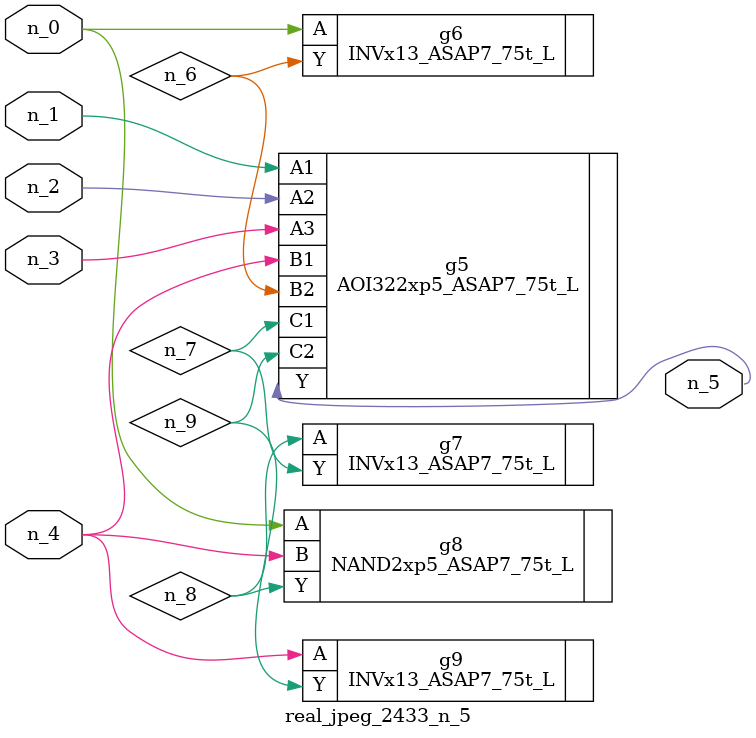
<source format=v>
module real_jpeg_2433_n_5 (n_4, n_0, n_1, n_2, n_3, n_5);

input n_4;
input n_0;
input n_1;
input n_2;
input n_3;

output n_5;

wire n_8;
wire n_6;
wire n_7;
wire n_9;

INVx13_ASAP7_75t_L g6 ( 
.A(n_0),
.Y(n_6)
);

NAND2xp5_ASAP7_75t_L g8 ( 
.A(n_0),
.B(n_4),
.Y(n_8)
);

AOI322xp5_ASAP7_75t_L g5 ( 
.A1(n_1),
.A2(n_2),
.A3(n_3),
.B1(n_4),
.B2(n_6),
.C1(n_7),
.C2(n_9),
.Y(n_5)
);

INVx13_ASAP7_75t_L g9 ( 
.A(n_4),
.Y(n_9)
);

INVx13_ASAP7_75t_L g7 ( 
.A(n_8),
.Y(n_7)
);


endmodule
</source>
